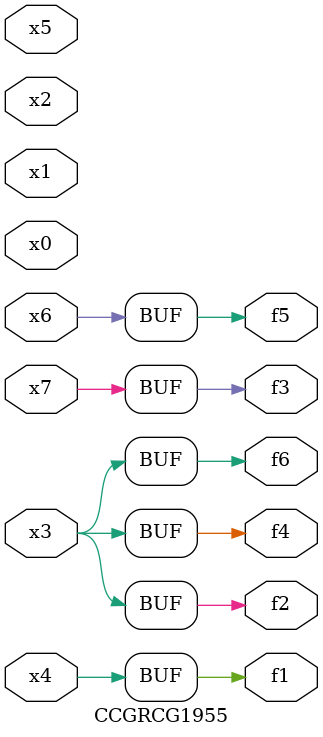
<source format=v>
module CCGRCG1955(
	input x0, x1, x2, x3, x4, x5, x6, x7,
	output f1, f2, f3, f4, f5, f6
);
	assign f1 = x4;
	assign f2 = x3;
	assign f3 = x7;
	assign f4 = x3;
	assign f5 = x6;
	assign f6 = x3;
endmodule

</source>
